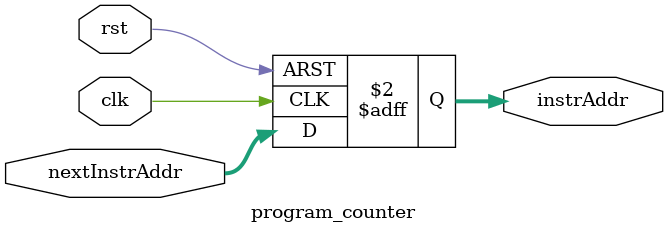
<source format=v>
module program_counter(
    input wire [31:0] nextInstrAddr,
    input clk,
    input rst,
    output reg [31:0] instrAddr
);

    always @(posedge clk or posedge rst) begin
        if(rst) begin
            instrAddr <=-32'd4;
        end
        else begin
            instrAddr <= nextInstrAddr;
        end
    end
endmodule
</source>
